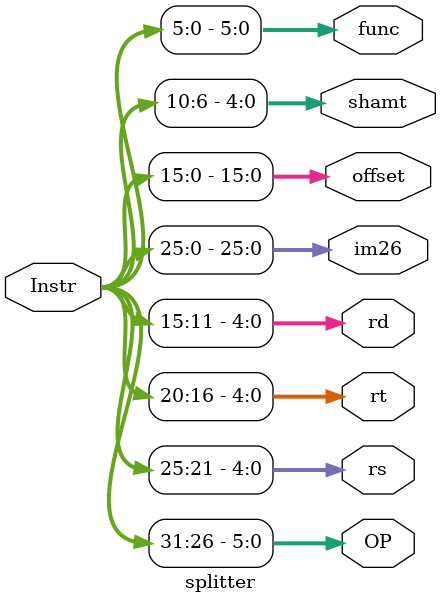
<source format=v>
`timescale 1ns / 1ps
module splitter(
    input [31:0] Instr,
    output [5:0] OP,
    output [4:0] rs,
    output [4:0] rt,
    output [4:0] rd,
    output [25:0] im26,
    output [15:0] offset,
	 output [4:0] shamt,
	 output [5:0] func
    );
assign OP = Instr[31:26];
assign rs = Instr[25:21];
assign rt = Instr[20:16];
assign rd = Instr[15:11];
assign im26 = Instr[25:0];
assign offset = Instr[15:0];
assign shamt = Instr[10:6];
assign func = Instr[5:0];

endmodule

</source>
